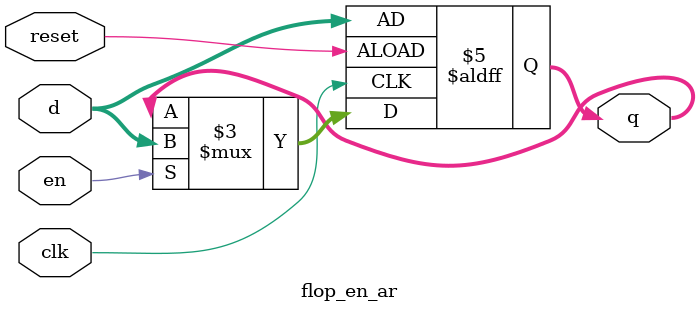
<source format=v>
module flop_en_ar (
    input clk,
    input reset,
    input en,
    input [3:0] d,
    output reg [3:0] q
);
    always @(posedge clk, negedge reset) begin
        if (reset == 0) q <= d;
        else if (en) q <= d;
    end
endmodule
</source>
